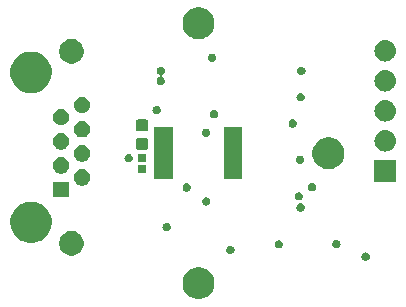
<source format=gbr>
G04 #@! TF.GenerationSoftware,KiCad,Pcbnew,(5.1.4-0)*
G04 #@! TF.CreationDate,2019-10-27T21:20:05-04:00*
G04 #@! TF.ProjectId,DifferentialSPIEncoder,44696666-6572-4656-9e74-69616c535049,rev?*
G04 #@! TF.SameCoordinates,Original*
G04 #@! TF.FileFunction,Soldermask,Bot*
G04 #@! TF.FilePolarity,Negative*
%FSLAX46Y46*%
G04 Gerber Fmt 4.6, Leading zero omitted, Abs format (unit mm)*
G04 Created by KiCad (PCBNEW (5.1.4-0)) date 2019-10-27 21:20:05*
%MOMM*%
%LPD*%
G04 APERTURE LIST*
%ADD10C,0.100000*%
G04 APERTURE END LIST*
D10*
G36*
X113494072Y-75700918D02*
G01*
X113739939Y-75802759D01*
X113961212Y-75950610D01*
X114149390Y-76138788D01*
X114297241Y-76360061D01*
X114399082Y-76605928D01*
X114451000Y-76866938D01*
X114451000Y-77133062D01*
X114399082Y-77394072D01*
X114297241Y-77639939D01*
X114149390Y-77861212D01*
X113961212Y-78049390D01*
X113739939Y-78197241D01*
X113739938Y-78197242D01*
X113739937Y-78197242D01*
X113494072Y-78299082D01*
X113233063Y-78351000D01*
X112966937Y-78351000D01*
X112705928Y-78299082D01*
X112460063Y-78197242D01*
X112460062Y-78197242D01*
X112460061Y-78197241D01*
X112238788Y-78049390D01*
X112050610Y-77861212D01*
X111902759Y-77639939D01*
X111800918Y-77394072D01*
X111749000Y-77133062D01*
X111749000Y-76866938D01*
X111800918Y-76605928D01*
X111902759Y-76360061D01*
X112050610Y-76138788D01*
X112238788Y-75950610D01*
X112460061Y-75802759D01*
X112705928Y-75700918D01*
X112966937Y-75649000D01*
X113233063Y-75649000D01*
X113494072Y-75700918D01*
X113494072Y-75700918D01*
G37*
G36*
X127352383Y-74412489D02*
G01*
X127352386Y-74412490D01*
X127352385Y-74412490D01*
X127416258Y-74438946D01*
X127473748Y-74477360D01*
X127522640Y-74526252D01*
X127561054Y-74583742D01*
X127582624Y-74635818D01*
X127587511Y-74647617D01*
X127601000Y-74715430D01*
X127601000Y-74784570D01*
X127587511Y-74852383D01*
X127587510Y-74852385D01*
X127561054Y-74916258D01*
X127522640Y-74973748D01*
X127473748Y-75022640D01*
X127416258Y-75061054D01*
X127364182Y-75082624D01*
X127352383Y-75087511D01*
X127284570Y-75101000D01*
X127215430Y-75101000D01*
X127147617Y-75087511D01*
X127135818Y-75082624D01*
X127083742Y-75061054D01*
X127026252Y-75022640D01*
X126977360Y-74973748D01*
X126938946Y-74916258D01*
X126912490Y-74852385D01*
X126912489Y-74852383D01*
X126899000Y-74784570D01*
X126899000Y-74715430D01*
X126912489Y-74647617D01*
X126917376Y-74635818D01*
X126938946Y-74583742D01*
X126977360Y-74526252D01*
X127026252Y-74477360D01*
X127083742Y-74438946D01*
X127147615Y-74412490D01*
X127147614Y-74412490D01*
X127147617Y-74412489D01*
X127215430Y-74399000D01*
X127284570Y-74399000D01*
X127352383Y-74412489D01*
X127352383Y-74412489D01*
G37*
G36*
X102649244Y-72625189D02*
G01*
X102794145Y-72685209D01*
X102840515Y-72704416D01*
X103012653Y-72819435D01*
X103159045Y-72965827D01*
X103274065Y-73137967D01*
X103353291Y-73329236D01*
X103393680Y-73532284D01*
X103393680Y-73739316D01*
X103353291Y-73942364D01*
X103274065Y-74133633D01*
X103274064Y-74133635D01*
X103159045Y-74305773D01*
X103012653Y-74452165D01*
X102840515Y-74567184D01*
X102840514Y-74567185D01*
X102840513Y-74567185D01*
X102649244Y-74646411D01*
X102446196Y-74686800D01*
X102239164Y-74686800D01*
X102036116Y-74646411D01*
X101844847Y-74567185D01*
X101844846Y-74567185D01*
X101844845Y-74567184D01*
X101672707Y-74452165D01*
X101526315Y-74305773D01*
X101411296Y-74133635D01*
X101411295Y-74133633D01*
X101332069Y-73942364D01*
X101291680Y-73739316D01*
X101291680Y-73532284D01*
X101332069Y-73329236D01*
X101411295Y-73137967D01*
X101526315Y-72965827D01*
X101672707Y-72819435D01*
X101844845Y-72704416D01*
X101891215Y-72685209D01*
X102036116Y-72625189D01*
X102239164Y-72584800D01*
X102446196Y-72584800D01*
X102649244Y-72625189D01*
X102649244Y-72625189D01*
G37*
G36*
X115902383Y-73837489D02*
G01*
X115902386Y-73837490D01*
X115902385Y-73837490D01*
X115966258Y-73863946D01*
X116023748Y-73902360D01*
X116072640Y-73951252D01*
X116111054Y-74008742D01*
X116129547Y-74053390D01*
X116137511Y-74072617D01*
X116151000Y-74140430D01*
X116151000Y-74209570D01*
X116137511Y-74277383D01*
X116137510Y-74277385D01*
X116111054Y-74341258D01*
X116072640Y-74398748D01*
X116023748Y-74447640D01*
X115966258Y-74486054D01*
X115914182Y-74507624D01*
X115902383Y-74512511D01*
X115834570Y-74526000D01*
X115765430Y-74526000D01*
X115697617Y-74512511D01*
X115685818Y-74507624D01*
X115633742Y-74486054D01*
X115576252Y-74447640D01*
X115527360Y-74398748D01*
X115488946Y-74341258D01*
X115462490Y-74277385D01*
X115462489Y-74277383D01*
X115449000Y-74209570D01*
X115449000Y-74140430D01*
X115462489Y-74072617D01*
X115470453Y-74053390D01*
X115488946Y-74008742D01*
X115527360Y-73951252D01*
X115576252Y-73902360D01*
X115633742Y-73863946D01*
X115697615Y-73837490D01*
X115697614Y-73837490D01*
X115697617Y-73837489D01*
X115765430Y-73824000D01*
X115834570Y-73824000D01*
X115902383Y-73837489D01*
X115902383Y-73837489D01*
G37*
G36*
X120000543Y-73378369D02*
G01*
X120000546Y-73378370D01*
X120000545Y-73378370D01*
X120064418Y-73404826D01*
X120121908Y-73443240D01*
X120170800Y-73492132D01*
X120209214Y-73549622D01*
X120220941Y-73577935D01*
X120235671Y-73613497D01*
X120249160Y-73681310D01*
X120249160Y-73750450D01*
X120235671Y-73818263D01*
X120235670Y-73818265D01*
X120209214Y-73882138D01*
X120170800Y-73939628D01*
X120121908Y-73988520D01*
X120064418Y-74026934D01*
X120012342Y-74048504D01*
X120000543Y-74053391D01*
X119932730Y-74066880D01*
X119863590Y-74066880D01*
X119795777Y-74053391D01*
X119783978Y-74048504D01*
X119731902Y-74026934D01*
X119674412Y-73988520D01*
X119625520Y-73939628D01*
X119587106Y-73882138D01*
X119560650Y-73818265D01*
X119560649Y-73818263D01*
X119547160Y-73750450D01*
X119547160Y-73681310D01*
X119560649Y-73613497D01*
X119575379Y-73577935D01*
X119587106Y-73549622D01*
X119625520Y-73492132D01*
X119674412Y-73443240D01*
X119731902Y-73404826D01*
X119795775Y-73378370D01*
X119795774Y-73378370D01*
X119795777Y-73378369D01*
X119863590Y-73364880D01*
X119932730Y-73364880D01*
X120000543Y-73378369D01*
X120000543Y-73378369D01*
G37*
G36*
X124877343Y-73342809D02*
G01*
X124877346Y-73342810D01*
X124877345Y-73342810D01*
X124941218Y-73369266D01*
X124998708Y-73407680D01*
X125047600Y-73456572D01*
X125086014Y-73514062D01*
X125100743Y-73549622D01*
X125112471Y-73577937D01*
X125125960Y-73645750D01*
X125125960Y-73714890D01*
X125112471Y-73782703D01*
X125112470Y-73782705D01*
X125086014Y-73846578D01*
X125047600Y-73904068D01*
X124998708Y-73952960D01*
X124941218Y-73991374D01*
X124899293Y-74008739D01*
X124877343Y-74017831D01*
X124809530Y-74031320D01*
X124740390Y-74031320D01*
X124672577Y-74017831D01*
X124650627Y-74008739D01*
X124608702Y-73991374D01*
X124551212Y-73952960D01*
X124502320Y-73904068D01*
X124463906Y-73846578D01*
X124437450Y-73782705D01*
X124437449Y-73782703D01*
X124423960Y-73714890D01*
X124423960Y-73645750D01*
X124437449Y-73577937D01*
X124449177Y-73549622D01*
X124463906Y-73514062D01*
X124502320Y-73456572D01*
X124551212Y-73407680D01*
X124608702Y-73369266D01*
X124672575Y-73342810D01*
X124672574Y-73342810D01*
X124672577Y-73342809D01*
X124740390Y-73329320D01*
X124809530Y-73329320D01*
X124877343Y-73342809D01*
X124877343Y-73342809D01*
G37*
G36*
X99310665Y-70149660D02*
G01*
X99423428Y-70172090D01*
X99444902Y-70180985D01*
X99742088Y-70304083D01*
X100028876Y-70495709D01*
X100272771Y-70739604D01*
X100464397Y-71026392D01*
X100596390Y-71345053D01*
X100663680Y-71683340D01*
X100663680Y-72028260D01*
X100639938Y-72147617D01*
X100599208Y-72352383D01*
X100596390Y-72366547D01*
X100464397Y-72685208D01*
X100272771Y-72971996D01*
X100028876Y-73215891D01*
X99742088Y-73407517D01*
X99623658Y-73456572D01*
X99423428Y-73539510D01*
X99372591Y-73549622D01*
X99085140Y-73606800D01*
X98740220Y-73606800D01*
X98452769Y-73549622D01*
X98401932Y-73539510D01*
X98201702Y-73456572D01*
X98083272Y-73407517D01*
X97796484Y-73215891D01*
X97552589Y-72971996D01*
X97360963Y-72685208D01*
X97228970Y-72366547D01*
X97226153Y-72352383D01*
X97185422Y-72147617D01*
X97161680Y-72028260D01*
X97161680Y-71683340D01*
X97228970Y-71345053D01*
X97360963Y-71026392D01*
X97552589Y-70739604D01*
X97796484Y-70495709D01*
X98083272Y-70304083D01*
X98380458Y-70180985D01*
X98401932Y-70172090D01*
X98514695Y-70149660D01*
X98740220Y-70104800D01*
X99085140Y-70104800D01*
X99310665Y-70149660D01*
X99310665Y-70149660D01*
G37*
G36*
X110502383Y-71912489D02*
G01*
X110502386Y-71912490D01*
X110502385Y-71912490D01*
X110566258Y-71938946D01*
X110623748Y-71977360D01*
X110672640Y-72026252D01*
X110711054Y-72083742D01*
X110732624Y-72135818D01*
X110737511Y-72147617D01*
X110751000Y-72215430D01*
X110751000Y-72284570D01*
X110737511Y-72352383D01*
X110737510Y-72352385D01*
X110711054Y-72416258D01*
X110672640Y-72473748D01*
X110623748Y-72522640D01*
X110566258Y-72561054D01*
X110514182Y-72582624D01*
X110502383Y-72587511D01*
X110434570Y-72601000D01*
X110365430Y-72601000D01*
X110297617Y-72587511D01*
X110285818Y-72582624D01*
X110233742Y-72561054D01*
X110176252Y-72522640D01*
X110127360Y-72473748D01*
X110088946Y-72416258D01*
X110062490Y-72352385D01*
X110062489Y-72352383D01*
X110049000Y-72284570D01*
X110049000Y-72215430D01*
X110062489Y-72147617D01*
X110067376Y-72135818D01*
X110088946Y-72083742D01*
X110127360Y-72026252D01*
X110176252Y-71977360D01*
X110233742Y-71938946D01*
X110297615Y-71912490D01*
X110297614Y-71912490D01*
X110297617Y-71912489D01*
X110365430Y-71899000D01*
X110434570Y-71899000D01*
X110502383Y-71912489D01*
X110502383Y-71912489D01*
G37*
G36*
X121693288Y-70240680D02*
G01*
X121774230Y-70240680D01*
X121842043Y-70254169D01*
X121842046Y-70254170D01*
X121842045Y-70254170D01*
X121905918Y-70280626D01*
X121963408Y-70319040D01*
X122012300Y-70367932D01*
X122050714Y-70425422D01*
X122072284Y-70477498D01*
X122077171Y-70489297D01*
X122090660Y-70557110D01*
X122090660Y-70626250D01*
X122077171Y-70694063D01*
X122077170Y-70694065D01*
X122050714Y-70757938D01*
X122012300Y-70815428D01*
X121963408Y-70864320D01*
X121905918Y-70902734D01*
X121853842Y-70924304D01*
X121842043Y-70929191D01*
X121774230Y-70942680D01*
X121705090Y-70942680D01*
X121637277Y-70929191D01*
X121625478Y-70924304D01*
X121573402Y-70902734D01*
X121515912Y-70864320D01*
X121467020Y-70815428D01*
X121428606Y-70757938D01*
X121402150Y-70694065D01*
X121402149Y-70694063D01*
X121388660Y-70626250D01*
X121388660Y-70557110D01*
X121402149Y-70489297D01*
X121407036Y-70477498D01*
X121428606Y-70425422D01*
X121467020Y-70367932D01*
X121515912Y-70319040D01*
X121573402Y-70280626D01*
X121637275Y-70254170D01*
X121637274Y-70254170D01*
X121637277Y-70254169D01*
X121655085Y-70250627D01*
X121678533Y-70243514D01*
X121685306Y-70239894D01*
X121693288Y-70240680D01*
X121693288Y-70240680D01*
G37*
G36*
X113853743Y-69741089D02*
G01*
X113853746Y-69741090D01*
X113853745Y-69741090D01*
X113917618Y-69767546D01*
X113975108Y-69805960D01*
X114024000Y-69854852D01*
X114062414Y-69912342D01*
X114083431Y-69963083D01*
X114088871Y-69976217D01*
X114102360Y-70044030D01*
X114102360Y-70113170D01*
X114088871Y-70180983D01*
X114088870Y-70180985D01*
X114062414Y-70244858D01*
X114024000Y-70302348D01*
X113975108Y-70351240D01*
X113917618Y-70389654D01*
X113865542Y-70411224D01*
X113853743Y-70416111D01*
X113785930Y-70429600D01*
X113716790Y-70429600D01*
X113648977Y-70416111D01*
X113637178Y-70411224D01*
X113585102Y-70389654D01*
X113527612Y-70351240D01*
X113478720Y-70302348D01*
X113440306Y-70244858D01*
X113413850Y-70180985D01*
X113413849Y-70180983D01*
X113400360Y-70113170D01*
X113400360Y-70044030D01*
X113413849Y-69976217D01*
X113419289Y-69963083D01*
X113440306Y-69912342D01*
X113478720Y-69854852D01*
X113527612Y-69805960D01*
X113585102Y-69767546D01*
X113648975Y-69741090D01*
X113648974Y-69741090D01*
X113648977Y-69741089D01*
X113716790Y-69727600D01*
X113785930Y-69727600D01*
X113853743Y-69741089D01*
X113853743Y-69741089D01*
G37*
G36*
X121686708Y-69314520D02*
G01*
X121686711Y-69314521D01*
X121686710Y-69314521D01*
X121750583Y-69340977D01*
X121808073Y-69379391D01*
X121856965Y-69428283D01*
X121895379Y-69485773D01*
X121916949Y-69537849D01*
X121921836Y-69549648D01*
X121935325Y-69617461D01*
X121935325Y-69686601D01*
X121921836Y-69754414D01*
X121921835Y-69754416D01*
X121895379Y-69818289D01*
X121856965Y-69875779D01*
X121808073Y-69924671D01*
X121750583Y-69963085D01*
X121718878Y-69976217D01*
X121686708Y-69989542D01*
X121668901Y-69993084D01*
X121645452Y-70000197D01*
X121638679Y-70003817D01*
X121630697Y-70003031D01*
X121549755Y-70003031D01*
X121481942Y-69989542D01*
X121449772Y-69976217D01*
X121418067Y-69963085D01*
X121360577Y-69924671D01*
X121311685Y-69875779D01*
X121273271Y-69818289D01*
X121246815Y-69754416D01*
X121246814Y-69754414D01*
X121233325Y-69686601D01*
X121233325Y-69617461D01*
X121246814Y-69549648D01*
X121251701Y-69537849D01*
X121273271Y-69485773D01*
X121311685Y-69428283D01*
X121360577Y-69379391D01*
X121418067Y-69340977D01*
X121481940Y-69314521D01*
X121481939Y-69314521D01*
X121481942Y-69314520D01*
X121549755Y-69301031D01*
X121618895Y-69301031D01*
X121686708Y-69314520D01*
X121686708Y-69314520D01*
G37*
G36*
X102103680Y-69716800D02*
G01*
X100801680Y-69716800D01*
X100801680Y-68414800D01*
X102103680Y-68414800D01*
X102103680Y-69716800D01*
X102103680Y-69716800D01*
G37*
G36*
X112202383Y-68562489D02*
G01*
X112202386Y-68562490D01*
X112202385Y-68562490D01*
X112266258Y-68588946D01*
X112323748Y-68627360D01*
X112372640Y-68676252D01*
X112411054Y-68733742D01*
X112432624Y-68785818D01*
X112437511Y-68797617D01*
X112451000Y-68865430D01*
X112451000Y-68934570D01*
X112437511Y-69002383D01*
X112437510Y-69002385D01*
X112411054Y-69066258D01*
X112372640Y-69123748D01*
X112323748Y-69172640D01*
X112266258Y-69211054D01*
X112214182Y-69232624D01*
X112202383Y-69237511D01*
X112134570Y-69251000D01*
X112065430Y-69251000D01*
X111997617Y-69237511D01*
X111985818Y-69232624D01*
X111933742Y-69211054D01*
X111876252Y-69172640D01*
X111827360Y-69123748D01*
X111788946Y-69066258D01*
X111762490Y-69002385D01*
X111762489Y-69002383D01*
X111749000Y-68934570D01*
X111749000Y-68865430D01*
X111762489Y-68797617D01*
X111767376Y-68785818D01*
X111788946Y-68733742D01*
X111827360Y-68676252D01*
X111876252Y-68627360D01*
X111933742Y-68588946D01*
X111997615Y-68562490D01*
X111997614Y-68562490D01*
X111997617Y-68562489D01*
X112065430Y-68549000D01*
X112134570Y-68549000D01*
X112202383Y-68562489D01*
X112202383Y-68562489D01*
G37*
G36*
X122799623Y-68532049D02*
G01*
X122799626Y-68532050D01*
X122799625Y-68532050D01*
X122863498Y-68558506D01*
X122920988Y-68596920D01*
X122969880Y-68645812D01*
X123008294Y-68703302D01*
X123015153Y-68719862D01*
X123034751Y-68767177D01*
X123048240Y-68834990D01*
X123048240Y-68904130D01*
X123034751Y-68971943D01*
X123034750Y-68971945D01*
X123008294Y-69035818D01*
X122969880Y-69093308D01*
X122920988Y-69142200D01*
X122863498Y-69180614D01*
X122811422Y-69202184D01*
X122799623Y-69207071D01*
X122731810Y-69220560D01*
X122662670Y-69220560D01*
X122594857Y-69207071D01*
X122583058Y-69202184D01*
X122530982Y-69180614D01*
X122473492Y-69142200D01*
X122424600Y-69093308D01*
X122386186Y-69035818D01*
X122359730Y-68971945D01*
X122359729Y-68971943D01*
X122346240Y-68904130D01*
X122346240Y-68834990D01*
X122359729Y-68767177D01*
X122379327Y-68719862D01*
X122386186Y-68703302D01*
X122424600Y-68645812D01*
X122473492Y-68596920D01*
X122530982Y-68558506D01*
X122594855Y-68532050D01*
X122594854Y-68532050D01*
X122594857Y-68532049D01*
X122662670Y-68518560D01*
X122731810Y-68518560D01*
X122799623Y-68532049D01*
X122799623Y-68532049D01*
G37*
G36*
X103437153Y-67371738D02*
G01*
X103564729Y-67424582D01*
X103679539Y-67501295D01*
X103777185Y-67598941D01*
X103853898Y-67713751D01*
X103906742Y-67841327D01*
X103933680Y-67976756D01*
X103933680Y-68114844D01*
X103906742Y-68250273D01*
X103853898Y-68377849D01*
X103777185Y-68492659D01*
X103679539Y-68590305D01*
X103564729Y-68667018D01*
X103437153Y-68719862D01*
X103301724Y-68746800D01*
X103163636Y-68746800D01*
X103028207Y-68719862D01*
X102900631Y-68667018D01*
X102785821Y-68590305D01*
X102688175Y-68492659D01*
X102611462Y-68377849D01*
X102558618Y-68250273D01*
X102531680Y-68114844D01*
X102531680Y-67976756D01*
X102558618Y-67841327D01*
X102611462Y-67713751D01*
X102688175Y-67598941D01*
X102785821Y-67501295D01*
X102900631Y-67424582D01*
X103028207Y-67371738D01*
X103163636Y-67344800D01*
X103301724Y-67344800D01*
X103437153Y-67371738D01*
X103437153Y-67371738D01*
G37*
G36*
X129801000Y-68401000D02*
G01*
X127999000Y-68401000D01*
X127999000Y-66599000D01*
X129801000Y-66599000D01*
X129801000Y-68401000D01*
X129801000Y-68401000D01*
G37*
G36*
X110906800Y-68215200D02*
G01*
X109354800Y-68215200D01*
X109354800Y-63763200D01*
X110906800Y-63763200D01*
X110906800Y-68215200D01*
X110906800Y-68215200D01*
G37*
G36*
X116806800Y-68215200D02*
G01*
X115254800Y-68215200D01*
X115254800Y-63763200D01*
X116806800Y-63763200D01*
X116806800Y-68215200D01*
X116806800Y-68215200D01*
G37*
G36*
X101657153Y-66351738D02*
G01*
X101784729Y-66404582D01*
X101899539Y-66481295D01*
X101997185Y-66578941D01*
X102073898Y-66693751D01*
X102126742Y-66821327D01*
X102153680Y-66956756D01*
X102153680Y-67094844D01*
X102126742Y-67230273D01*
X102073898Y-67357849D01*
X101997185Y-67472659D01*
X101899539Y-67570305D01*
X101784729Y-67647018D01*
X101657153Y-67699862D01*
X101521724Y-67726800D01*
X101383636Y-67726800D01*
X101248207Y-67699862D01*
X101120631Y-67647018D01*
X101005821Y-67570305D01*
X100908175Y-67472659D01*
X100831462Y-67357849D01*
X100778618Y-67230273D01*
X100751680Y-67094844D01*
X100751680Y-66956756D01*
X100778618Y-66821327D01*
X100831462Y-66693751D01*
X100908175Y-66578941D01*
X101005821Y-66481295D01*
X101120631Y-66404582D01*
X101248207Y-66351738D01*
X101383636Y-66324800D01*
X101521724Y-66324800D01*
X101657153Y-66351738D01*
X101657153Y-66351738D01*
G37*
G36*
X108601938Y-67021716D02*
G01*
X108622557Y-67027971D01*
X108641553Y-67038124D01*
X108658208Y-67051792D01*
X108671876Y-67068447D01*
X108682029Y-67087443D01*
X108688284Y-67108062D01*
X108691000Y-67135640D01*
X108691000Y-67594360D01*
X108688284Y-67621938D01*
X108682029Y-67642557D01*
X108671876Y-67661553D01*
X108658208Y-67678208D01*
X108641553Y-67691876D01*
X108622557Y-67702029D01*
X108601938Y-67708284D01*
X108574360Y-67711000D01*
X108065640Y-67711000D01*
X108038062Y-67708284D01*
X108017443Y-67702029D01*
X107998447Y-67691876D01*
X107981792Y-67678208D01*
X107968124Y-67661553D01*
X107957971Y-67642557D01*
X107951716Y-67621938D01*
X107949000Y-67594360D01*
X107949000Y-67135640D01*
X107951716Y-67108062D01*
X107957971Y-67087443D01*
X107968124Y-67068447D01*
X107981792Y-67051792D01*
X107998447Y-67038124D01*
X108017443Y-67027971D01*
X108038062Y-67021716D01*
X108065640Y-67019000D01*
X108574360Y-67019000D01*
X108601938Y-67021716D01*
X108601938Y-67021716D01*
G37*
G36*
X124494072Y-64700918D02*
G01*
X124739580Y-64802610D01*
X124739939Y-64802759D01*
X124786591Y-64833931D01*
X124961211Y-64950609D01*
X125149391Y-65138789D01*
X125183792Y-65190274D01*
X125278317Y-65331739D01*
X125297242Y-65360063D01*
X125399082Y-65605928D01*
X125451000Y-65866937D01*
X125451000Y-66133063D01*
X125399082Y-66394072D01*
X125314199Y-66599000D01*
X125297241Y-66639939D01*
X125251625Y-66708208D01*
X125149391Y-66861211D01*
X124961211Y-67049391D01*
X124873404Y-67108062D01*
X124739939Y-67197241D01*
X124739938Y-67197242D01*
X124739937Y-67197242D01*
X124494072Y-67299082D01*
X124233063Y-67351000D01*
X123966937Y-67351000D01*
X123705928Y-67299082D01*
X123460063Y-67197242D01*
X123460062Y-67197242D01*
X123460061Y-67197241D01*
X123326596Y-67108062D01*
X123238789Y-67049391D01*
X123050609Y-66861211D01*
X122948375Y-66708208D01*
X122902759Y-66639939D01*
X122885802Y-66599000D01*
X122800918Y-66394072D01*
X122749000Y-66133063D01*
X122749000Y-65866937D01*
X122800918Y-65605928D01*
X122902758Y-65360063D01*
X122921684Y-65331739D01*
X123016208Y-65190274D01*
X123050609Y-65138789D01*
X123238789Y-64950609D01*
X123413409Y-64833931D01*
X123460061Y-64802759D01*
X123460421Y-64802610D01*
X123705928Y-64700918D01*
X123966937Y-64649000D01*
X124233063Y-64649000D01*
X124494072Y-64700918D01*
X124494072Y-64700918D01*
G37*
G36*
X121802383Y-66212489D02*
G01*
X121802386Y-66212490D01*
X121802385Y-66212490D01*
X121866258Y-66238946D01*
X121923748Y-66277360D01*
X121972640Y-66326252D01*
X122011054Y-66383742D01*
X122032624Y-66435818D01*
X122037511Y-66447617D01*
X122051000Y-66515430D01*
X122051000Y-66584570D01*
X122037511Y-66652383D01*
X122037510Y-66652385D01*
X122011054Y-66716258D01*
X121972640Y-66773748D01*
X121923748Y-66822640D01*
X121866258Y-66861054D01*
X121814182Y-66882624D01*
X121802383Y-66887511D01*
X121734570Y-66901000D01*
X121665430Y-66901000D01*
X121597617Y-66887511D01*
X121585818Y-66882624D01*
X121533742Y-66861054D01*
X121476252Y-66822640D01*
X121427360Y-66773748D01*
X121388946Y-66716258D01*
X121362490Y-66652385D01*
X121362489Y-66652383D01*
X121349000Y-66584570D01*
X121349000Y-66515430D01*
X121362489Y-66447617D01*
X121367376Y-66435818D01*
X121388946Y-66383742D01*
X121427360Y-66326252D01*
X121476252Y-66277360D01*
X121533742Y-66238946D01*
X121597615Y-66212490D01*
X121597614Y-66212490D01*
X121597617Y-66212489D01*
X121665430Y-66199000D01*
X121734570Y-66199000D01*
X121802383Y-66212489D01*
X121802383Y-66212489D01*
G37*
G36*
X107282383Y-66082489D02*
G01*
X107282386Y-66082490D01*
X107282385Y-66082490D01*
X107346258Y-66108946D01*
X107403748Y-66147360D01*
X107452640Y-66196252D01*
X107491054Y-66253742D01*
X107500837Y-66277361D01*
X107517511Y-66317617D01*
X107531000Y-66385430D01*
X107531000Y-66454570D01*
X107517511Y-66522383D01*
X107517510Y-66522385D01*
X107491054Y-66586258D01*
X107452640Y-66643748D01*
X107403748Y-66692640D01*
X107346258Y-66731054D01*
X107294182Y-66752624D01*
X107282383Y-66757511D01*
X107214570Y-66771000D01*
X107145430Y-66771000D01*
X107077617Y-66757511D01*
X107065818Y-66752624D01*
X107013742Y-66731054D01*
X106956252Y-66692640D01*
X106907360Y-66643748D01*
X106868946Y-66586258D01*
X106842490Y-66522385D01*
X106842489Y-66522383D01*
X106829000Y-66454570D01*
X106829000Y-66385430D01*
X106842489Y-66317617D01*
X106859163Y-66277361D01*
X106868946Y-66253742D01*
X106907360Y-66196252D01*
X106956252Y-66147360D01*
X107013742Y-66108946D01*
X107077615Y-66082490D01*
X107077614Y-66082490D01*
X107077617Y-66082489D01*
X107145430Y-66069000D01*
X107214570Y-66069000D01*
X107282383Y-66082489D01*
X107282383Y-66082489D01*
G37*
G36*
X108601938Y-66051716D02*
G01*
X108622557Y-66057971D01*
X108641553Y-66068124D01*
X108658208Y-66081792D01*
X108671876Y-66098447D01*
X108682029Y-66117443D01*
X108688284Y-66138062D01*
X108691000Y-66165640D01*
X108691000Y-66624360D01*
X108688284Y-66651938D01*
X108682029Y-66672557D01*
X108671876Y-66691553D01*
X108658208Y-66708208D01*
X108641553Y-66721876D01*
X108622557Y-66732029D01*
X108601938Y-66738284D01*
X108574360Y-66741000D01*
X108065640Y-66741000D01*
X108038062Y-66738284D01*
X108017443Y-66732029D01*
X107998447Y-66721876D01*
X107981792Y-66708208D01*
X107968124Y-66691553D01*
X107957971Y-66672557D01*
X107951716Y-66651938D01*
X107949000Y-66624360D01*
X107949000Y-66165640D01*
X107951716Y-66138062D01*
X107957971Y-66117443D01*
X107968124Y-66098447D01*
X107981792Y-66081792D01*
X107998447Y-66068124D01*
X108017443Y-66057971D01*
X108038062Y-66051716D01*
X108065640Y-66049000D01*
X108574360Y-66049000D01*
X108601938Y-66051716D01*
X108601938Y-66051716D01*
G37*
G36*
X103437153Y-65331738D02*
G01*
X103564729Y-65384582D01*
X103679539Y-65461295D01*
X103777185Y-65558941D01*
X103853898Y-65673751D01*
X103906742Y-65801327D01*
X103933680Y-65936756D01*
X103933680Y-66074844D01*
X103906742Y-66210273D01*
X103853898Y-66337849D01*
X103777185Y-66452659D01*
X103679539Y-66550305D01*
X103564729Y-66627018D01*
X103437153Y-66679862D01*
X103301724Y-66706800D01*
X103163636Y-66706800D01*
X103028207Y-66679862D01*
X102900631Y-66627018D01*
X102785821Y-66550305D01*
X102688175Y-66452659D01*
X102611462Y-66337849D01*
X102558618Y-66210273D01*
X102531680Y-66074844D01*
X102531680Y-65936756D01*
X102558618Y-65801327D01*
X102611462Y-65673751D01*
X102688175Y-65558941D01*
X102785821Y-65461295D01*
X102900631Y-65384582D01*
X103028207Y-65331738D01*
X103163636Y-65304800D01*
X103301724Y-65304800D01*
X103437153Y-65331738D01*
X103437153Y-65331738D01*
G37*
G36*
X129010442Y-64065518D02*
G01*
X129076627Y-64072037D01*
X129246466Y-64123557D01*
X129402991Y-64207222D01*
X129421424Y-64222350D01*
X129540186Y-64319814D01*
X129616381Y-64412659D01*
X129652778Y-64457009D01*
X129652779Y-64457011D01*
X129712091Y-64567974D01*
X129736443Y-64613534D01*
X129787963Y-64783373D01*
X129805359Y-64960000D01*
X129787963Y-65136627D01*
X129736443Y-65306466D01*
X129652778Y-65462991D01*
X129623448Y-65498729D01*
X129540186Y-65600186D01*
X129450545Y-65673751D01*
X129402991Y-65712778D01*
X129246466Y-65796443D01*
X129076627Y-65847963D01*
X129010443Y-65854481D01*
X128944260Y-65861000D01*
X128855740Y-65861000D01*
X128789557Y-65854481D01*
X128723373Y-65847963D01*
X128553534Y-65796443D01*
X128397009Y-65712778D01*
X128349455Y-65673751D01*
X128259814Y-65600186D01*
X128176552Y-65498729D01*
X128147222Y-65462991D01*
X128063557Y-65306466D01*
X128012037Y-65136627D01*
X127994641Y-64960000D01*
X128012037Y-64783373D01*
X128063557Y-64613534D01*
X128087910Y-64567974D01*
X128147221Y-64457011D01*
X128147222Y-64457009D01*
X128183619Y-64412659D01*
X128259814Y-64319814D01*
X128378576Y-64222350D01*
X128397009Y-64207222D01*
X128553534Y-64123557D01*
X128723373Y-64072037D01*
X128789558Y-64065518D01*
X128855740Y-64059000D01*
X128944260Y-64059000D01*
X129010442Y-64065518D01*
X129010442Y-64065518D01*
G37*
G36*
X108689591Y-64725585D02*
G01*
X108723569Y-64735893D01*
X108754890Y-64752634D01*
X108782339Y-64775161D01*
X108804866Y-64802610D01*
X108821607Y-64833931D01*
X108831915Y-64867909D01*
X108836000Y-64909390D01*
X108836000Y-65510610D01*
X108831915Y-65552091D01*
X108821607Y-65586069D01*
X108804866Y-65617390D01*
X108782339Y-65644839D01*
X108754890Y-65667366D01*
X108723569Y-65684107D01*
X108689591Y-65694415D01*
X108648110Y-65698500D01*
X107971890Y-65698500D01*
X107930409Y-65694415D01*
X107896431Y-65684107D01*
X107865110Y-65667366D01*
X107837661Y-65644839D01*
X107815134Y-65617390D01*
X107798393Y-65586069D01*
X107788085Y-65552091D01*
X107784000Y-65510610D01*
X107784000Y-64909390D01*
X107788085Y-64867909D01*
X107798393Y-64833931D01*
X107815134Y-64802610D01*
X107837661Y-64775161D01*
X107865110Y-64752634D01*
X107896431Y-64735893D01*
X107930409Y-64725585D01*
X107971890Y-64721500D01*
X108648110Y-64721500D01*
X108689591Y-64725585D01*
X108689591Y-64725585D01*
G37*
G36*
X101657153Y-64311738D02*
G01*
X101784729Y-64364582D01*
X101899539Y-64441295D01*
X101997185Y-64538941D01*
X102073898Y-64653751D01*
X102126742Y-64781327D01*
X102153680Y-64916756D01*
X102153680Y-65054844D01*
X102126742Y-65190273D01*
X102073898Y-65317849D01*
X101997185Y-65432659D01*
X101899539Y-65530305D01*
X101784729Y-65607018D01*
X101657153Y-65659862D01*
X101521724Y-65686800D01*
X101383636Y-65686800D01*
X101248207Y-65659862D01*
X101120631Y-65607018D01*
X101005821Y-65530305D01*
X100908175Y-65432659D01*
X100831462Y-65317849D01*
X100778618Y-65190273D01*
X100751680Y-65054844D01*
X100751680Y-64916756D01*
X100778618Y-64781327D01*
X100831462Y-64653751D01*
X100908175Y-64538941D01*
X101005821Y-64441295D01*
X101120631Y-64364582D01*
X101248207Y-64311738D01*
X101383636Y-64284800D01*
X101521724Y-64284800D01*
X101657153Y-64311738D01*
X101657153Y-64311738D01*
G37*
G36*
X103437153Y-63291738D02*
G01*
X103564729Y-63344582D01*
X103679539Y-63421295D01*
X103777185Y-63518941D01*
X103853898Y-63633751D01*
X103906742Y-63761327D01*
X103933680Y-63896756D01*
X103933680Y-64034844D01*
X103906742Y-64170273D01*
X103853898Y-64297849D01*
X103777185Y-64412659D01*
X103679539Y-64510305D01*
X103564729Y-64587018D01*
X103437153Y-64639862D01*
X103301724Y-64666800D01*
X103163636Y-64666800D01*
X103028207Y-64639862D01*
X102900631Y-64587018D01*
X102785821Y-64510305D01*
X102688175Y-64412659D01*
X102611462Y-64297849D01*
X102558618Y-64170273D01*
X102531680Y-64034844D01*
X102531680Y-63896756D01*
X102558618Y-63761327D01*
X102611462Y-63633751D01*
X102688175Y-63518941D01*
X102785821Y-63421295D01*
X102900631Y-63344582D01*
X103028207Y-63291738D01*
X103163636Y-63264800D01*
X103301724Y-63264800D01*
X103437153Y-63291738D01*
X103437153Y-63291738D01*
G37*
G36*
X113838503Y-63919409D02*
G01*
X113838506Y-63919410D01*
X113838505Y-63919410D01*
X113902378Y-63945866D01*
X113959868Y-63984280D01*
X114008760Y-64033172D01*
X114047174Y-64090662D01*
X114059083Y-64119415D01*
X114073631Y-64154537D01*
X114087120Y-64222350D01*
X114087120Y-64291490D01*
X114073631Y-64359303D01*
X114073630Y-64359305D01*
X114047174Y-64423178D01*
X114008760Y-64480668D01*
X113959868Y-64529560D01*
X113902378Y-64567974D01*
X113856400Y-64587018D01*
X113838503Y-64594431D01*
X113770690Y-64607920D01*
X113701550Y-64607920D01*
X113633737Y-64594431D01*
X113615840Y-64587018D01*
X113569862Y-64567974D01*
X113512372Y-64529560D01*
X113463480Y-64480668D01*
X113425066Y-64423178D01*
X113398610Y-64359305D01*
X113398609Y-64359303D01*
X113385120Y-64291490D01*
X113385120Y-64222350D01*
X113398609Y-64154537D01*
X113413157Y-64119415D01*
X113425066Y-64090662D01*
X113463480Y-64033172D01*
X113512372Y-63984280D01*
X113569862Y-63945866D01*
X113633735Y-63919410D01*
X113633734Y-63919410D01*
X113633737Y-63919409D01*
X113701550Y-63905920D01*
X113770690Y-63905920D01*
X113838503Y-63919409D01*
X113838503Y-63919409D01*
G37*
G36*
X108689591Y-63150585D02*
G01*
X108723569Y-63160893D01*
X108754890Y-63177634D01*
X108782339Y-63200161D01*
X108804866Y-63227610D01*
X108821607Y-63258931D01*
X108831915Y-63292909D01*
X108836000Y-63334390D01*
X108836000Y-63935610D01*
X108831915Y-63977091D01*
X108821607Y-64011069D01*
X108804866Y-64042390D01*
X108782339Y-64069839D01*
X108754890Y-64092366D01*
X108723569Y-64109107D01*
X108689591Y-64119415D01*
X108648110Y-64123500D01*
X107971890Y-64123500D01*
X107930409Y-64119415D01*
X107896431Y-64109107D01*
X107865110Y-64092366D01*
X107837661Y-64069839D01*
X107815134Y-64042390D01*
X107798393Y-64011069D01*
X107788085Y-63977091D01*
X107784000Y-63935610D01*
X107784000Y-63334390D01*
X107788085Y-63292909D01*
X107798393Y-63258931D01*
X107815134Y-63227610D01*
X107837661Y-63200161D01*
X107865110Y-63177634D01*
X107896431Y-63160893D01*
X107930409Y-63150585D01*
X107971890Y-63146500D01*
X108648110Y-63146500D01*
X108689591Y-63150585D01*
X108689591Y-63150585D01*
G37*
G36*
X121174023Y-63137089D02*
G01*
X121174026Y-63137090D01*
X121174025Y-63137090D01*
X121237898Y-63163546D01*
X121295388Y-63201960D01*
X121344280Y-63250852D01*
X121382694Y-63308342D01*
X121393483Y-63334390D01*
X121409151Y-63372217D01*
X121422640Y-63440030D01*
X121422640Y-63509170D01*
X121409151Y-63576983D01*
X121409150Y-63576985D01*
X121382694Y-63640858D01*
X121344280Y-63698348D01*
X121295388Y-63747240D01*
X121237898Y-63785654D01*
X121185822Y-63807224D01*
X121174023Y-63812111D01*
X121106210Y-63825600D01*
X121037070Y-63825600D01*
X120969257Y-63812111D01*
X120957458Y-63807224D01*
X120905382Y-63785654D01*
X120847892Y-63747240D01*
X120799000Y-63698348D01*
X120760586Y-63640858D01*
X120734130Y-63576985D01*
X120734129Y-63576983D01*
X120720640Y-63509170D01*
X120720640Y-63440030D01*
X120734129Y-63372217D01*
X120749797Y-63334390D01*
X120760586Y-63308342D01*
X120799000Y-63250852D01*
X120847892Y-63201960D01*
X120905382Y-63163546D01*
X120969255Y-63137090D01*
X120969254Y-63137090D01*
X120969257Y-63137089D01*
X121037070Y-63123600D01*
X121106210Y-63123600D01*
X121174023Y-63137089D01*
X121174023Y-63137089D01*
G37*
G36*
X101657153Y-62271738D02*
G01*
X101784729Y-62324582D01*
X101899539Y-62401295D01*
X101997185Y-62498941D01*
X102073898Y-62613751D01*
X102126742Y-62741327D01*
X102153680Y-62876756D01*
X102153680Y-63014844D01*
X102126742Y-63150273D01*
X102073898Y-63277849D01*
X101997185Y-63392659D01*
X101899539Y-63490305D01*
X101784729Y-63567018D01*
X101657153Y-63619862D01*
X101521724Y-63646800D01*
X101383636Y-63646800D01*
X101248207Y-63619862D01*
X101120631Y-63567018D01*
X101005821Y-63490305D01*
X100908175Y-63392659D01*
X100831462Y-63277849D01*
X100778618Y-63150273D01*
X100751680Y-63014844D01*
X100751680Y-62876756D01*
X100778618Y-62741327D01*
X100831462Y-62613751D01*
X100908175Y-62498941D01*
X101005821Y-62401295D01*
X101120631Y-62324582D01*
X101248207Y-62271738D01*
X101383636Y-62244800D01*
X101521724Y-62244800D01*
X101657153Y-62271738D01*
X101657153Y-62271738D01*
G37*
G36*
X129010443Y-61525519D02*
G01*
X129076627Y-61532037D01*
X129246466Y-61583557D01*
X129246468Y-61583558D01*
X129265539Y-61593752D01*
X129402991Y-61667222D01*
X129438729Y-61696552D01*
X129540186Y-61779814D01*
X129603331Y-61856758D01*
X129652778Y-61917009D01*
X129736443Y-62073534D01*
X129787963Y-62243373D01*
X129805359Y-62420000D01*
X129787963Y-62596627D01*
X129736443Y-62766466D01*
X129652778Y-62922991D01*
X129623448Y-62958729D01*
X129540186Y-63060186D01*
X129446478Y-63137089D01*
X129402991Y-63172778D01*
X129246466Y-63256443D01*
X129076627Y-63307963D01*
X129010443Y-63314481D01*
X128944260Y-63321000D01*
X128855740Y-63321000D01*
X128789557Y-63314481D01*
X128723373Y-63307963D01*
X128553534Y-63256443D01*
X128397009Y-63172778D01*
X128353522Y-63137089D01*
X128259814Y-63060186D01*
X128176552Y-62958729D01*
X128147222Y-62922991D01*
X128063557Y-62766466D01*
X128012037Y-62596627D01*
X127994641Y-62420000D01*
X128012037Y-62243373D01*
X128063557Y-62073534D01*
X128147222Y-61917009D01*
X128196669Y-61856758D01*
X128259814Y-61779814D01*
X128361271Y-61696552D01*
X128397009Y-61667222D01*
X128534461Y-61593752D01*
X128553532Y-61583558D01*
X128553534Y-61583557D01*
X128723373Y-61532037D01*
X128789557Y-61525519D01*
X128855740Y-61519000D01*
X128944260Y-61519000D01*
X129010443Y-61525519D01*
X129010443Y-61525519D01*
G37*
G36*
X114502383Y-62342489D02*
G01*
X114502386Y-62342490D01*
X114502385Y-62342490D01*
X114566258Y-62368946D01*
X114623748Y-62407360D01*
X114672640Y-62456252D01*
X114711054Y-62513742D01*
X114712097Y-62516261D01*
X114737511Y-62577617D01*
X114751000Y-62645430D01*
X114751000Y-62714570D01*
X114737511Y-62782383D01*
X114737510Y-62782385D01*
X114711054Y-62846258D01*
X114672640Y-62903748D01*
X114623748Y-62952640D01*
X114566258Y-62991054D01*
X114514182Y-63012624D01*
X114502383Y-63017511D01*
X114434570Y-63031000D01*
X114365430Y-63031000D01*
X114297617Y-63017511D01*
X114285818Y-63012624D01*
X114233742Y-62991054D01*
X114176252Y-62952640D01*
X114127360Y-62903748D01*
X114088946Y-62846258D01*
X114062490Y-62782385D01*
X114062489Y-62782383D01*
X114049000Y-62714570D01*
X114049000Y-62645430D01*
X114062489Y-62577617D01*
X114087903Y-62516261D01*
X114088946Y-62513742D01*
X114127360Y-62456252D01*
X114176252Y-62407360D01*
X114233742Y-62368946D01*
X114297615Y-62342490D01*
X114297614Y-62342490D01*
X114297617Y-62342489D01*
X114365430Y-62329000D01*
X114434570Y-62329000D01*
X114502383Y-62342489D01*
X114502383Y-62342489D01*
G37*
G36*
X109652383Y-62012489D02*
G01*
X109652386Y-62012490D01*
X109652385Y-62012490D01*
X109716258Y-62038946D01*
X109773748Y-62077360D01*
X109822640Y-62126252D01*
X109861054Y-62183742D01*
X109882624Y-62235818D01*
X109887511Y-62247617D01*
X109901000Y-62315430D01*
X109901000Y-62384570D01*
X109887511Y-62452383D01*
X109887510Y-62452385D01*
X109861054Y-62516258D01*
X109822640Y-62573748D01*
X109773748Y-62622640D01*
X109716258Y-62661054D01*
X109664182Y-62682624D01*
X109652383Y-62687511D01*
X109584570Y-62701000D01*
X109515430Y-62701000D01*
X109447617Y-62687511D01*
X109435818Y-62682624D01*
X109383742Y-62661054D01*
X109326252Y-62622640D01*
X109277360Y-62573748D01*
X109238946Y-62516258D01*
X109212490Y-62452385D01*
X109212489Y-62452383D01*
X109199000Y-62384570D01*
X109199000Y-62315430D01*
X109212489Y-62247617D01*
X109217376Y-62235818D01*
X109238946Y-62183742D01*
X109277360Y-62126252D01*
X109326252Y-62077360D01*
X109383742Y-62038946D01*
X109447615Y-62012490D01*
X109447614Y-62012490D01*
X109447617Y-62012489D01*
X109515430Y-61999000D01*
X109584570Y-61999000D01*
X109652383Y-62012489D01*
X109652383Y-62012489D01*
G37*
G36*
X103437153Y-61251738D02*
G01*
X103564729Y-61304582D01*
X103679539Y-61381295D01*
X103777185Y-61478941D01*
X103853898Y-61593751D01*
X103906742Y-61721327D01*
X103933680Y-61856756D01*
X103933680Y-61994844D01*
X103906742Y-62130273D01*
X103853898Y-62257849D01*
X103777185Y-62372659D01*
X103679539Y-62470305D01*
X103564729Y-62547018D01*
X103437153Y-62599862D01*
X103301724Y-62626800D01*
X103163636Y-62626800D01*
X103028207Y-62599862D01*
X102900631Y-62547018D01*
X102785821Y-62470305D01*
X102688175Y-62372659D01*
X102611462Y-62257849D01*
X102558618Y-62130273D01*
X102531680Y-61994844D01*
X102531680Y-61856756D01*
X102558618Y-61721327D01*
X102611462Y-61593751D01*
X102688175Y-61478941D01*
X102785821Y-61381295D01*
X102900631Y-61304582D01*
X103028207Y-61251738D01*
X103163636Y-61224800D01*
X103301724Y-61224800D01*
X103437153Y-61251738D01*
X103437153Y-61251738D01*
G37*
G36*
X121844583Y-60927289D02*
G01*
X121844586Y-60927290D01*
X121844585Y-60927290D01*
X121908458Y-60953746D01*
X121965948Y-60992160D01*
X122014840Y-61041052D01*
X122053254Y-61098542D01*
X122074824Y-61150618D01*
X122079711Y-61162417D01*
X122093200Y-61230230D01*
X122093200Y-61299370D01*
X122079711Y-61367183D01*
X122079710Y-61367185D01*
X122053254Y-61431058D01*
X122014840Y-61488548D01*
X121965948Y-61537440D01*
X121908458Y-61575854D01*
X121856382Y-61597424D01*
X121844583Y-61602311D01*
X121776770Y-61615800D01*
X121707630Y-61615800D01*
X121639817Y-61602311D01*
X121628018Y-61597424D01*
X121575942Y-61575854D01*
X121518452Y-61537440D01*
X121469560Y-61488548D01*
X121431146Y-61431058D01*
X121404690Y-61367185D01*
X121404689Y-61367183D01*
X121391200Y-61299370D01*
X121391200Y-61230230D01*
X121404689Y-61162417D01*
X121409576Y-61150618D01*
X121431146Y-61098542D01*
X121469560Y-61041052D01*
X121518452Y-60992160D01*
X121575942Y-60953746D01*
X121639815Y-60927290D01*
X121639814Y-60927290D01*
X121639817Y-60927289D01*
X121707630Y-60913800D01*
X121776770Y-60913800D01*
X121844583Y-60927289D01*
X121844583Y-60927289D01*
G37*
G36*
X99310665Y-57449660D02*
G01*
X99423428Y-57472090D01*
X99555421Y-57526763D01*
X99742088Y-57604083D01*
X100028876Y-57795709D01*
X100272771Y-58039604D01*
X100464397Y-58326392D01*
X100596390Y-58645053D01*
X100663680Y-58983340D01*
X100663680Y-59328260D01*
X100648979Y-59402164D01*
X100596390Y-59666548D01*
X100552455Y-59772617D01*
X100464397Y-59985208D01*
X100272771Y-60271996D01*
X100028876Y-60515891D01*
X99742088Y-60707517D01*
X99564683Y-60781000D01*
X99423428Y-60839510D01*
X99310665Y-60861940D01*
X99085140Y-60906800D01*
X98740220Y-60906800D01*
X98514695Y-60861940D01*
X98401932Y-60839510D01*
X98260677Y-60781000D01*
X98083272Y-60707517D01*
X97796484Y-60515891D01*
X97552589Y-60271996D01*
X97360963Y-59985208D01*
X97272905Y-59772617D01*
X97228970Y-59666548D01*
X97176381Y-59402164D01*
X97161680Y-59328260D01*
X97161680Y-58983340D01*
X97228970Y-58645053D01*
X97360963Y-58326392D01*
X97552589Y-58039604D01*
X97796484Y-57795709D01*
X98083272Y-57604083D01*
X98269939Y-57526763D01*
X98401932Y-57472090D01*
X98514695Y-57449660D01*
X98740220Y-57404800D01*
X99085140Y-57404800D01*
X99310665Y-57449660D01*
X99310665Y-57449660D01*
G37*
G36*
X128988344Y-58983342D02*
G01*
X129076627Y-58992037D01*
X129246466Y-59043557D01*
X129402991Y-59127222D01*
X129438729Y-59156552D01*
X129540186Y-59239814D01*
X129614602Y-59330492D01*
X129652778Y-59377009D01*
X129736443Y-59533534D01*
X129787963Y-59703373D01*
X129805359Y-59880000D01*
X129787963Y-60056627D01*
X129736443Y-60226466D01*
X129652778Y-60382991D01*
X129623448Y-60418729D01*
X129540186Y-60520186D01*
X129438729Y-60603448D01*
X129402991Y-60632778D01*
X129246466Y-60716443D01*
X129076627Y-60767963D01*
X129010442Y-60774482D01*
X128944260Y-60781000D01*
X128855740Y-60781000D01*
X128789558Y-60774482D01*
X128723373Y-60767963D01*
X128553534Y-60716443D01*
X128397009Y-60632778D01*
X128361271Y-60603448D01*
X128259814Y-60520186D01*
X128176552Y-60418729D01*
X128147222Y-60382991D01*
X128063557Y-60226466D01*
X128012037Y-60056627D01*
X127994641Y-59880000D01*
X128012037Y-59703373D01*
X128063557Y-59533534D01*
X128147222Y-59377009D01*
X128185398Y-59330492D01*
X128259814Y-59239814D01*
X128361271Y-59156552D01*
X128397009Y-59127222D01*
X128553534Y-59043557D01*
X128723373Y-58992037D01*
X128811656Y-58983342D01*
X128855740Y-58979000D01*
X128944260Y-58979000D01*
X128988344Y-58983342D01*
X128988344Y-58983342D01*
G37*
G36*
X110002383Y-58687489D02*
G01*
X110002386Y-58687490D01*
X110002385Y-58687490D01*
X110066258Y-58713946D01*
X110123748Y-58752360D01*
X110172640Y-58801252D01*
X110211054Y-58858742D01*
X110232624Y-58910818D01*
X110237511Y-58922617D01*
X110251000Y-58990430D01*
X110251000Y-59059570D01*
X110237511Y-59127383D01*
X110237510Y-59127385D01*
X110211054Y-59191258D01*
X110178610Y-59239814D01*
X110172639Y-59248749D01*
X110123749Y-59297639D01*
X110066261Y-59336052D01*
X110066259Y-59336053D01*
X110062920Y-59338284D01*
X110048359Y-59346068D01*
X110029417Y-59361613D01*
X110013872Y-59380555D01*
X110002321Y-59402166D01*
X109995208Y-59425615D01*
X109992806Y-59450001D01*
X109995208Y-59474387D01*
X110002321Y-59497836D01*
X110013873Y-59519446D01*
X110029418Y-59538388D01*
X110048360Y-59553933D01*
X110062921Y-59561717D01*
X110066258Y-59563947D01*
X110066261Y-59563948D01*
X110105263Y-59590009D01*
X110123748Y-59602360D01*
X110172640Y-59651252D01*
X110211054Y-59708742D01*
X110232624Y-59760818D01*
X110237511Y-59772617D01*
X110251000Y-59840430D01*
X110251000Y-59909570D01*
X110237511Y-59977383D01*
X110237510Y-59977385D01*
X110211054Y-60041258D01*
X110172640Y-60098748D01*
X110123748Y-60147640D01*
X110066258Y-60186054D01*
X110014182Y-60207624D01*
X110002383Y-60212511D01*
X109934570Y-60226000D01*
X109865430Y-60226000D01*
X109797617Y-60212511D01*
X109785818Y-60207624D01*
X109733742Y-60186054D01*
X109676252Y-60147640D01*
X109627360Y-60098748D01*
X109588946Y-60041258D01*
X109562490Y-59977385D01*
X109562489Y-59977383D01*
X109549000Y-59909570D01*
X109549000Y-59840430D01*
X109562489Y-59772617D01*
X109567376Y-59760818D01*
X109588946Y-59708742D01*
X109627360Y-59651252D01*
X109676252Y-59602360D01*
X109702808Y-59584616D01*
X109733739Y-59563948D01*
X109733741Y-59563947D01*
X109737080Y-59561716D01*
X109751641Y-59553932D01*
X109770583Y-59538387D01*
X109786128Y-59519445D01*
X109797679Y-59497834D01*
X109804792Y-59474385D01*
X109807194Y-59449999D01*
X109804792Y-59425613D01*
X109797679Y-59402164D01*
X109786127Y-59380554D01*
X109770582Y-59361612D01*
X109751640Y-59346067D01*
X109737079Y-59338283D01*
X109733742Y-59336053D01*
X109733739Y-59336052D01*
X109676251Y-59297639D01*
X109627361Y-59248749D01*
X109621391Y-59239814D01*
X109588946Y-59191258D01*
X109562490Y-59127385D01*
X109562489Y-59127383D01*
X109549000Y-59059570D01*
X109549000Y-58990430D01*
X109562489Y-58922617D01*
X109567376Y-58910818D01*
X109588946Y-58858742D01*
X109627360Y-58801252D01*
X109676252Y-58752360D01*
X109733742Y-58713946D01*
X109797615Y-58687490D01*
X109797614Y-58687490D01*
X109797617Y-58687489D01*
X109865430Y-58674000D01*
X109934570Y-58674000D01*
X110002383Y-58687489D01*
X110002383Y-58687489D01*
G37*
G36*
X121910623Y-58681929D02*
G01*
X121910626Y-58681930D01*
X121910625Y-58681930D01*
X121974498Y-58708386D01*
X122031988Y-58746800D01*
X122080880Y-58795692D01*
X122119294Y-58853182D01*
X122140864Y-58905258D01*
X122145751Y-58917057D01*
X122159240Y-58984870D01*
X122159240Y-59054010D01*
X122145751Y-59121823D01*
X122145750Y-59121825D01*
X122119294Y-59185698D01*
X122080880Y-59243188D01*
X122031988Y-59292080D01*
X121974498Y-59330494D01*
X121922422Y-59352064D01*
X121910623Y-59356951D01*
X121842810Y-59370440D01*
X121773670Y-59370440D01*
X121705857Y-59356951D01*
X121694058Y-59352064D01*
X121641982Y-59330494D01*
X121584492Y-59292080D01*
X121535600Y-59243188D01*
X121497186Y-59185698D01*
X121470730Y-59121825D01*
X121470729Y-59121823D01*
X121457240Y-59054010D01*
X121457240Y-58984870D01*
X121470729Y-58917057D01*
X121475616Y-58905258D01*
X121497186Y-58853182D01*
X121535600Y-58795692D01*
X121584492Y-58746800D01*
X121641982Y-58708386D01*
X121705855Y-58681930D01*
X121705854Y-58681930D01*
X121705857Y-58681929D01*
X121773670Y-58668440D01*
X121842810Y-58668440D01*
X121910623Y-58681929D01*
X121910623Y-58681929D01*
G37*
G36*
X102649244Y-56365189D02*
G01*
X102827440Y-56439000D01*
X102840515Y-56444416D01*
X102929027Y-56503558D01*
X103012653Y-56559435D01*
X103159045Y-56705827D01*
X103274065Y-56877967D01*
X103353291Y-57069236D01*
X103393680Y-57272284D01*
X103393680Y-57479316D01*
X103353291Y-57682364D01*
X103300582Y-57809615D01*
X103274064Y-57873635D01*
X103159045Y-58045773D01*
X103012653Y-58192165D01*
X102840515Y-58307184D01*
X102840514Y-58307185D01*
X102840513Y-58307185D01*
X102649244Y-58386411D01*
X102446196Y-58426800D01*
X102239164Y-58426800D01*
X102036116Y-58386411D01*
X101844847Y-58307185D01*
X101844846Y-58307185D01*
X101844845Y-58307184D01*
X101672707Y-58192165D01*
X101526315Y-58045773D01*
X101411296Y-57873635D01*
X101384778Y-57809615D01*
X101332069Y-57682364D01*
X101291680Y-57479316D01*
X101291680Y-57272284D01*
X101332069Y-57069236D01*
X101411295Y-56877967D01*
X101526315Y-56705827D01*
X101672707Y-56559435D01*
X101756333Y-56503558D01*
X101844845Y-56444416D01*
X101857920Y-56439000D01*
X102036116Y-56365189D01*
X102239164Y-56324800D01*
X102446196Y-56324800D01*
X102649244Y-56365189D01*
X102649244Y-56365189D01*
G37*
G36*
X114351583Y-57574489D02*
G01*
X114351586Y-57574490D01*
X114351585Y-57574490D01*
X114415458Y-57600946D01*
X114472948Y-57639360D01*
X114521840Y-57688252D01*
X114560254Y-57745742D01*
X114580950Y-57795709D01*
X114586711Y-57809617D01*
X114600200Y-57877430D01*
X114600200Y-57946570D01*
X114586711Y-58014383D01*
X114586710Y-58014385D01*
X114560254Y-58078258D01*
X114521840Y-58135748D01*
X114472948Y-58184640D01*
X114415458Y-58223054D01*
X114363382Y-58244624D01*
X114351583Y-58249511D01*
X114283770Y-58263000D01*
X114214630Y-58263000D01*
X114146817Y-58249511D01*
X114135018Y-58244624D01*
X114082942Y-58223054D01*
X114025452Y-58184640D01*
X113976560Y-58135748D01*
X113938146Y-58078258D01*
X113911690Y-58014385D01*
X113911689Y-58014383D01*
X113898200Y-57946570D01*
X113898200Y-57877430D01*
X113911689Y-57809617D01*
X113917450Y-57795709D01*
X113938146Y-57745742D01*
X113976560Y-57688252D01*
X114025452Y-57639360D01*
X114082942Y-57600946D01*
X114146815Y-57574490D01*
X114146814Y-57574490D01*
X114146817Y-57574489D01*
X114214630Y-57561000D01*
X114283770Y-57561000D01*
X114351583Y-57574489D01*
X114351583Y-57574489D01*
G37*
G36*
X129010442Y-56445518D02*
G01*
X129076627Y-56452037D01*
X129246466Y-56503557D01*
X129402991Y-56587222D01*
X129438729Y-56616552D01*
X129540186Y-56699814D01*
X129623448Y-56801271D01*
X129652778Y-56837009D01*
X129736443Y-56993534D01*
X129787963Y-57163373D01*
X129805359Y-57340000D01*
X129787963Y-57516627D01*
X129736443Y-57686466D01*
X129652778Y-57842991D01*
X129627629Y-57873635D01*
X129540186Y-57980186D01*
X129438729Y-58063448D01*
X129402991Y-58092778D01*
X129246466Y-58176443D01*
X129076627Y-58227963D01*
X129010443Y-58234481D01*
X128944260Y-58241000D01*
X128855740Y-58241000D01*
X128789557Y-58234481D01*
X128723373Y-58227963D01*
X128553534Y-58176443D01*
X128397009Y-58092778D01*
X128361271Y-58063448D01*
X128259814Y-57980186D01*
X128172371Y-57873635D01*
X128147222Y-57842991D01*
X128063557Y-57686466D01*
X128012037Y-57516627D01*
X127994641Y-57340000D01*
X128012037Y-57163373D01*
X128063557Y-56993534D01*
X128147222Y-56837009D01*
X128176552Y-56801271D01*
X128259814Y-56699814D01*
X128361271Y-56616552D01*
X128397009Y-56587222D01*
X128553534Y-56503557D01*
X128723373Y-56452037D01*
X128789558Y-56445518D01*
X128855740Y-56439000D01*
X128944260Y-56439000D01*
X129010442Y-56445518D01*
X129010442Y-56445518D01*
G37*
G36*
X113494072Y-53700918D02*
G01*
X113739939Y-53802759D01*
X113961212Y-53950610D01*
X114149390Y-54138788D01*
X114297241Y-54360061D01*
X114399082Y-54605928D01*
X114451000Y-54866938D01*
X114451000Y-55133062D01*
X114399082Y-55394072D01*
X114297241Y-55639939D01*
X114149390Y-55861212D01*
X113961212Y-56049390D01*
X113739939Y-56197241D01*
X113739938Y-56197242D01*
X113739937Y-56197242D01*
X113494072Y-56299082D01*
X113233063Y-56351000D01*
X112966937Y-56351000D01*
X112705928Y-56299082D01*
X112460063Y-56197242D01*
X112460062Y-56197242D01*
X112460061Y-56197241D01*
X112238788Y-56049390D01*
X112050610Y-55861212D01*
X111902759Y-55639939D01*
X111800918Y-55394072D01*
X111749000Y-55133062D01*
X111749000Y-54866938D01*
X111800918Y-54605928D01*
X111902759Y-54360061D01*
X112050610Y-54138788D01*
X112238788Y-53950610D01*
X112460061Y-53802759D01*
X112705928Y-53700918D01*
X112966937Y-53649000D01*
X113233063Y-53649000D01*
X113494072Y-53700918D01*
X113494072Y-53700918D01*
G37*
M02*

</source>
